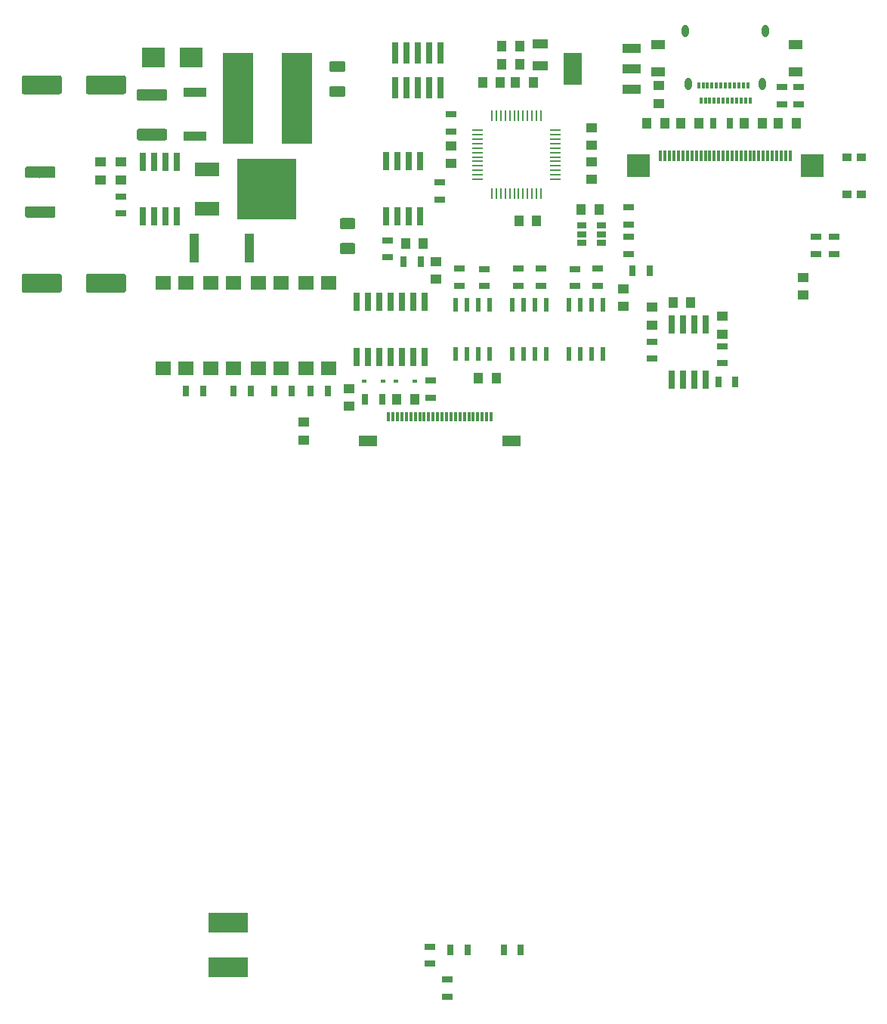
<source format=gbr>
G04 #@! TF.GenerationSoftware,KiCad,Pcbnew,5.0.2-bee76a0~70~ubuntu18.04.1*
G04 #@! TF.CreationDate,2020-04-30T09:20:18+02:00*
G04 #@! TF.ProjectId,OpenDropV4,4f70656e-4472-46f7-9056-342e6b696361,rev?*
G04 #@! TF.SameCoordinates,Original*
G04 #@! TF.FileFunction,Paste,Bot*
G04 #@! TF.FilePolarity,Positive*
%FSLAX46Y46*%
G04 Gerber Fmt 4.6, Leading zero omitted, Abs format (unit mm)*
G04 Created by KiCad (PCBNEW 5.0.2-bee76a0~70~ubuntu18.04.1) date Do 30 Apr 2020 09:20:18 CEST*
%MOMM*%
%LPD*%
G01*
G04 APERTURE LIST*
%ADD10O,0.800000X1.400000*%
%ADD11R,0.300000X0.700000*%
%ADD12R,4.500000X2.200000*%
%ADD13R,2.000000X1.300000*%
%ADD14R,0.300000X1.000000*%
%ADD15R,1.000000X1.250000*%
%ADD16R,1.800000X1.000000*%
%ADD17R,1.250000X1.000000*%
%ADD18R,1.700000X1.600000*%
%ADD19R,1.300000X0.700000*%
%ADD20R,0.610000X1.520000*%
%ADD21R,0.700000X1.300000*%
%ADD22R,2.780000X1.550000*%
%ADD23R,6.730000X6.740000*%
%ADD24R,0.660400X2.032000*%
%ADD25R,1.000000X3.200000*%
%ADD26R,2.500000X1.000000*%
%ADD27R,2.500000X2.300000*%
%ADD28R,3.500000X10.200000*%
%ADD29R,1.060000X0.650000*%
%ADD30R,0.600000X0.450000*%
%ADD31R,1.300000X0.250000*%
%ADD32R,0.250000X1.300000*%
%ADD33R,2.032000X3.657600*%
%ADD34R,2.032000X1.016000*%
%ADD35R,1.000000X0.900000*%
%ADD36R,1.600000X1.000000*%
%ADD37R,0.300000X1.250000*%
%ADD38R,2.500000X2.500000*%
%ADD39R,0.740000X2.400000*%
%ADD40C,0.100000*%
%ADD41C,1.250000*%
%ADD42C,2.100000*%
%ADD43C,1.300000*%
G04 APERTURE END LIST*
D10*
G04 #@! TO.C,J1*
X127870000Y-39010000D03*
D11*
X129250000Y-40920000D03*
X129750000Y-40920000D03*
X130250000Y-40920000D03*
X130750000Y-40920000D03*
X131250000Y-40920000D03*
X131750000Y-40920000D03*
X132250000Y-40920000D03*
X134750000Y-40920000D03*
X133750000Y-40920000D03*
X133250000Y-40920000D03*
X132750000Y-40920000D03*
X134250000Y-40920000D03*
X134500000Y-39220000D03*
D10*
X136130000Y-39010000D03*
X136490000Y-33060000D03*
X127510000Y-33060000D03*
D11*
X134000000Y-39220000D03*
X133500000Y-39220000D03*
X133000000Y-39220000D03*
X132500000Y-39220000D03*
X132000000Y-39220000D03*
X131500000Y-39220000D03*
X131000000Y-39220000D03*
X130500000Y-39220000D03*
X130000000Y-39220000D03*
X129500000Y-39220000D03*
X129000000Y-39220000D03*
G04 #@! TD*
D12*
G04 #@! TO.C,SP1*
X76265000Y-137939000D03*
X76265000Y-132939000D03*
G04 #@! TD*
D13*
G04 #@! TO.C,J3*
X108050000Y-79000000D03*
X91950000Y-79000000D03*
D14*
X105750000Y-76300000D03*
X105250000Y-76300000D03*
X104750000Y-76300000D03*
X104250000Y-76300000D03*
X103750000Y-76300000D03*
X103250000Y-76300000D03*
X102750000Y-76300000D03*
X102250000Y-76300000D03*
X101750000Y-76300000D03*
X101250000Y-76300000D03*
X100750000Y-76300000D03*
X100250000Y-76300000D03*
X99750000Y-76300000D03*
X99250000Y-76300000D03*
X98750000Y-76300000D03*
X98250000Y-76300000D03*
X97750000Y-76300000D03*
X97250000Y-76300000D03*
X96750000Y-76300000D03*
X96250000Y-76300000D03*
X95750000Y-76300000D03*
X95250000Y-76300000D03*
X94750000Y-76300000D03*
X94250000Y-76300000D03*
G04 #@! TD*
D15*
G04 #@! TO.C,C25*
X108950000Y-34757000D03*
X106950000Y-34757000D03*
G04 #@! TD*
D16*
G04 #@! TO.C,Y1*
X111252000Y-34523000D03*
X111252000Y-37023000D03*
G04 #@! TD*
D17*
G04 #@! TO.C,C14*
X101219000Y-45949000D03*
X101219000Y-47949000D03*
G04 #@! TD*
D18*
G04 #@! TO.C,U12*
X85011000Y-70817000D03*
X87551000Y-70817000D03*
X87551000Y-61317000D03*
X85011000Y-61317000D03*
G04 #@! TD*
D19*
G04 #@! TO.C,R32*
X102156000Y-61619500D03*
X102156000Y-59719500D03*
G04 #@! TD*
D20*
G04 #@! TO.C,U9*
X118285000Y-69244000D03*
X117015000Y-69244000D03*
X115745000Y-69244000D03*
X114475000Y-69244000D03*
X114475000Y-63779000D03*
X115745000Y-63779000D03*
X117015000Y-63779000D03*
X118285000Y-63779000D03*
G04 #@! TD*
G04 #@! TO.C,U8*
X111935000Y-63779000D03*
X110665000Y-63779000D03*
X109395000Y-63779000D03*
X108125000Y-63779000D03*
X108125000Y-69244000D03*
X109395000Y-69244000D03*
X110665000Y-69244000D03*
X111935000Y-69244000D03*
G04 #@! TD*
D19*
G04 #@! TO.C,R1*
X64262000Y-53528000D03*
X64262000Y-51628000D03*
G04 #@! TD*
G04 #@! TO.C,R5*
X101219000Y-42443000D03*
X101219000Y-44343000D03*
G04 #@! TD*
D21*
G04 #@! TO.C,R18*
X107177800Y-135966200D03*
X109077800Y-135966200D03*
G04 #@! TD*
G04 #@! TO.C,R19*
X101183400Y-135966200D03*
X103083400Y-135966200D03*
G04 #@! TD*
D19*
G04 #@! TO.C,R20*
X100812600Y-139283400D03*
X100812600Y-141183400D03*
G04 #@! TD*
G04 #@! TO.C,R21*
X98882200Y-135625800D03*
X98882200Y-137525800D03*
G04 #@! TD*
D21*
G04 #@! TO.C,R22*
X133126000Y-72363040D03*
X131226000Y-72363040D03*
G04 #@! TD*
D19*
G04 #@! TO.C,R30*
X131668000Y-70265040D03*
X131668000Y-68365040D03*
G04 #@! TD*
G04 #@! TO.C,R31*
X123794000Y-69757040D03*
X123794000Y-67857040D03*
G04 #@! TD*
G04 #@! TO.C,R44*
X98984000Y-72253000D03*
X98984000Y-74153000D03*
G04 #@! TD*
D21*
G04 #@! TO.C,R45*
X71567000Y-73365000D03*
X73467000Y-73365000D03*
G04 #@! TD*
G04 #@! TO.C,R48*
X76901000Y-73365000D03*
X78801000Y-73365000D03*
G04 #@! TD*
G04 #@! TO.C,R49*
X87437000Y-73365000D03*
X85537000Y-73365000D03*
G04 #@! TD*
G04 #@! TO.C,R51*
X81473000Y-73365000D03*
X83373000Y-73365000D03*
G04 #@! TD*
D19*
G04 #@! TO.C,R41*
X117650000Y-61619500D03*
X117650000Y-59719500D03*
G04 #@! TD*
G04 #@! TO.C,R3*
X140208000Y-41295000D03*
X140208000Y-39395000D03*
G04 #@! TD*
G04 #@! TO.C,R4*
X144145000Y-56159000D03*
X144145000Y-58059000D03*
G04 #@! TD*
D21*
G04 #@! TO.C,R6*
X121605000Y-59903000D03*
X123505000Y-59903000D03*
G04 #@! TD*
D19*
G04 #@! TO.C,R8*
X142113000Y-56159000D03*
X142113000Y-58059000D03*
G04 #@! TD*
G04 #@! TO.C,R34*
X115175000Y-61625000D03*
X115175000Y-59725000D03*
G04 #@! TD*
G04 #@! TO.C,R36*
X108760000Y-61619500D03*
X108760000Y-59719500D03*
G04 #@! TD*
G04 #@! TO.C,R37*
X104975000Y-61625000D03*
X104975000Y-59725000D03*
G04 #@! TD*
G04 #@! TO.C,R40*
X111300000Y-61619500D03*
X111300000Y-59719500D03*
G04 #@! TD*
G04 #@! TO.C,R9*
X99949000Y-51963000D03*
X99949000Y-50063000D03*
G04 #@! TD*
D21*
G04 #@! TO.C,R10*
X93518000Y-74346000D03*
X91618000Y-74346000D03*
G04 #@! TD*
G04 #@! TO.C,R11*
X95951000Y-58887000D03*
X97851000Y-58887000D03*
G04 #@! TD*
D22*
G04 #@! TO.C,T1*
X73932000Y-48620000D03*
D23*
X80567000Y-50800000D03*
D22*
X73932000Y-52980000D03*
G04 #@! TD*
D18*
G04 #@! TO.C,U11*
X74343000Y-70817000D03*
X76883000Y-70817000D03*
X76883000Y-61317000D03*
X74343000Y-61317000D03*
G04 #@! TD*
G04 #@! TO.C,U10*
X69009000Y-70817000D03*
X71549000Y-70817000D03*
X71549000Y-61317000D03*
X69009000Y-61317000D03*
G04 #@! TD*
G04 #@! TO.C,U13*
X79677000Y-70817000D03*
X82217000Y-70817000D03*
X82217000Y-61317000D03*
X79677000Y-61317000D03*
G04 #@! TD*
D20*
G04 #@! TO.C,U7*
X105585000Y-69244000D03*
X104315000Y-69244000D03*
X103045000Y-69244000D03*
X101775000Y-69244000D03*
X101775000Y-63779000D03*
X103045000Y-63779000D03*
X104315000Y-63779000D03*
X105585000Y-63779000D03*
G04 #@! TD*
D17*
G04 #@! TO.C,C17*
X123794000Y-65997040D03*
X123794000Y-63997040D03*
G04 #@! TD*
D24*
G04 #@! TO.C,U6*
X129763000Y-72134440D03*
X128493000Y-72134440D03*
X127223000Y-72134440D03*
X125953000Y-72134440D03*
X125953000Y-65987640D03*
X127223000Y-65987640D03*
X128493000Y-65987640D03*
X129763000Y-65987640D03*
G04 #@! TD*
D25*
G04 #@! TO.C,R2*
X72465000Y-57363000D03*
X78665000Y-57363000D03*
G04 #@! TD*
D26*
G04 #@! TO.C,RSENSE1*
X72565000Y-44895000D03*
X72565000Y-39995000D03*
G04 #@! TD*
D17*
G04 #@! TO.C,C2*
X61976000Y-49768000D03*
X61976000Y-47768000D03*
G04 #@! TD*
G04 #@! TO.C,C3*
X64262000Y-47768000D03*
X64262000Y-49768000D03*
G04 #@! TD*
G04 #@! TO.C,C13*
X84760000Y-78886000D03*
X84760000Y-76886000D03*
G04 #@! TD*
D27*
G04 #@! TO.C,D1*
X67875000Y-36095000D03*
X72175000Y-36095000D03*
G04 #@! TD*
D17*
G04 #@! TO.C,C15*
X131668000Y-65013040D03*
X131668000Y-67013040D03*
G04 #@! TD*
D15*
G04 #@! TO.C,C16*
X126127000Y-63459000D03*
X128127000Y-63459000D03*
G04 #@! TD*
G04 #@! TO.C,C20*
X106791000Y-38821000D03*
X104791000Y-38821000D03*
G04 #@! TD*
D17*
G04 #@! TO.C,C22*
X140716000Y-62681000D03*
X140716000Y-60681000D03*
G04 #@! TD*
D15*
G04 #@! TO.C,C23*
X108950000Y-36789000D03*
X106950000Y-36789000D03*
G04 #@! TD*
D17*
G04 #@! TO.C,C24*
X116967000Y-45917000D03*
X116967000Y-43917000D03*
G04 #@! TD*
D28*
G04 #@! TO.C,L1*
X83945000Y-40599000D03*
X77345000Y-40599000D03*
G04 #@! TD*
D15*
G04 #@! TO.C,C7*
X125206000Y-43393000D03*
X123206000Y-43393000D03*
G04 #@! TD*
G04 #@! TO.C,C8*
X137938000Y-43393000D03*
X139938000Y-43393000D03*
G04 #@! TD*
G04 #@! TO.C,C9*
X127016000Y-43393000D03*
X129016000Y-43393000D03*
G04 #@! TD*
G04 #@! TO.C,C10*
X136128000Y-43393000D03*
X134128000Y-43393000D03*
G04 #@! TD*
G04 #@! TO.C,C11*
X117840000Y-53045000D03*
X115840000Y-53045000D03*
G04 #@! TD*
D17*
G04 #@! TO.C,C27*
X120523000Y-63951000D03*
X120523000Y-61951000D03*
G04 #@! TD*
D24*
G04 #@! TO.C,U1*
X66675000Y-47726600D03*
X67945000Y-47726600D03*
X69215000Y-47726600D03*
X70485000Y-47726600D03*
X70485000Y-53873400D03*
X69215000Y-53873400D03*
X67945000Y-53873400D03*
X66675000Y-53873400D03*
G04 #@! TD*
G04 #@! TO.C,U15*
X93980000Y-47685600D03*
X95250000Y-47685600D03*
X96520000Y-47685600D03*
X97790000Y-47685600D03*
X97790000Y-53832400D03*
X96520000Y-53832400D03*
X95250000Y-53832400D03*
X93980000Y-53832400D03*
G04 #@! TD*
D29*
G04 #@! TO.C,U3*
X115867000Y-56789000D03*
X115867000Y-55839000D03*
X115867000Y-54889000D03*
X118067000Y-54889000D03*
X118067000Y-56789000D03*
X118067000Y-55839000D03*
G04 #@! TD*
D17*
G04 #@! TO.C,C28*
X89789000Y-73127000D03*
X89789000Y-75127000D03*
G04 #@! TD*
D15*
G04 #@! TO.C,C29*
X95190000Y-74346000D03*
X97190000Y-74346000D03*
G04 #@! TD*
G04 #@! TO.C,C31*
X96155000Y-56855000D03*
X98155000Y-56855000D03*
G04 #@! TD*
D30*
G04 #@! TO.C,D2*
X91533000Y-72314000D03*
X93633000Y-72314000D03*
G04 #@! TD*
G04 #@! TO.C,D3*
X97189000Y-72314000D03*
X95089000Y-72314000D03*
G04 #@! TD*
D24*
G04 #@! TO.C,U16*
X90690000Y-63426600D03*
X91960000Y-63426600D03*
X93230000Y-63426600D03*
X94500000Y-63426600D03*
X95770000Y-63426600D03*
X97040000Y-63426600D03*
X98310000Y-63426600D03*
X98310000Y-69573400D03*
X97040000Y-69573400D03*
X94500000Y-69573400D03*
X93230000Y-69573400D03*
X91960000Y-69573400D03*
X90690000Y-69573400D03*
X95770000Y-69573400D03*
G04 #@! TD*
D15*
G04 #@! TO.C,C26*
X108474000Y-38821000D03*
X110474000Y-38821000D03*
G04 #@! TD*
D31*
G04 #@! TO.C,U5*
X112935000Y-44199000D03*
X112935000Y-44699000D03*
X112935000Y-45199000D03*
X112935000Y-45699000D03*
X112935000Y-46199000D03*
X112935000Y-46699000D03*
X112935000Y-47199000D03*
X112935000Y-47699000D03*
X112935000Y-48199000D03*
X112935000Y-48699000D03*
X112935000Y-49199000D03*
X112935000Y-49699000D03*
D32*
X111335000Y-51299000D03*
X110835000Y-51299000D03*
X110335000Y-51299000D03*
X109835000Y-51299000D03*
X109335000Y-51299000D03*
X108835000Y-51299000D03*
X108335000Y-51299000D03*
X107835000Y-51299000D03*
X107335000Y-51299000D03*
X106835000Y-51299000D03*
X106335000Y-51299000D03*
X105835000Y-51299000D03*
D31*
X104235000Y-49699000D03*
X104235000Y-49199000D03*
X104235000Y-48699000D03*
X104235000Y-48199000D03*
X104235000Y-47699000D03*
X104235000Y-47199000D03*
X104235000Y-46699000D03*
X104235000Y-46199000D03*
X104235000Y-45699000D03*
X104235000Y-45199000D03*
X104235000Y-44699000D03*
X104235000Y-44199000D03*
D32*
X105835000Y-42599000D03*
X106335000Y-42599000D03*
X106835000Y-42599000D03*
X107335000Y-42599000D03*
X107835000Y-42599000D03*
X108335000Y-42599000D03*
X108835000Y-42599000D03*
X109335000Y-42599000D03*
X109835000Y-42599000D03*
X110335000Y-42599000D03*
X110835000Y-42599000D03*
X111335000Y-42599000D03*
G04 #@! TD*
D15*
G04 #@! TO.C,C30*
X110855000Y-54315000D03*
X108855000Y-54315000D03*
G04 #@! TD*
D17*
G04 #@! TO.C,C33*
X116967000Y-47727000D03*
X116967000Y-49727000D03*
G04 #@! TD*
D33*
G04 #@! TO.C,U14*
X114898000Y-37297000D03*
D34*
X121502000Y-37297000D03*
X121502000Y-39583000D03*
X121502000Y-35011000D03*
G04 #@! TD*
D35*
G04 #@! TO.C,SW3*
X147231000Y-51348500D03*
X145631000Y-51348500D03*
X147231000Y-47248500D03*
X145631000Y-47248500D03*
G04 #@! TD*
D36*
G04 #@! TO.C,C5*
X139827000Y-34645000D03*
X139827000Y-37645000D03*
G04 #@! TD*
G04 #@! TO.C,C21*
X124495000Y-37645000D03*
X124495000Y-34645000D03*
G04 #@! TD*
D17*
G04 #@! TO.C,C34*
X124500000Y-41218000D03*
X124500000Y-39218000D03*
G04 #@! TD*
D37*
G04 #@! TO.C,S1*
X139250000Y-47025000D03*
X137250000Y-47025000D03*
X137750000Y-47025000D03*
X138750000Y-47025000D03*
X138250000Y-47025000D03*
X136250000Y-47025000D03*
X136750000Y-47025000D03*
X135750000Y-47025000D03*
X135250000Y-47025000D03*
X132250000Y-47025000D03*
X132750000Y-47025000D03*
X133750000Y-47025000D03*
X133250000Y-47025000D03*
X134750000Y-47025000D03*
X134250000Y-47025000D03*
X126750000Y-47025000D03*
X127250000Y-47025000D03*
X125750000Y-47025000D03*
X126250000Y-47025000D03*
X125250000Y-47025000D03*
X124750000Y-47025000D03*
X127750000Y-47025000D03*
X128250000Y-47025000D03*
X129250000Y-47025000D03*
X128750000Y-47025000D03*
X130750000Y-47025000D03*
X131250000Y-47025000D03*
X130250000Y-47025000D03*
X129750000Y-47025000D03*
D38*
X122250000Y-48125000D03*
X141750000Y-48125000D03*
D37*
X131750000Y-47025000D03*
G04 #@! TD*
D19*
G04 #@! TO.C,R12*
X121158000Y-54757000D03*
X121158000Y-52857000D03*
G04 #@! TD*
G04 #@! TO.C,R13*
X121158000Y-56159000D03*
X121158000Y-58059000D03*
G04 #@! TD*
D17*
G04 #@! TO.C,C36*
X99568000Y-58903000D03*
X99568000Y-60903000D03*
G04 #@! TD*
D39*
G04 #@! TO.C,J2*
X100040000Y-39475600D03*
X100040000Y-35575600D03*
X98770000Y-39475600D03*
X98770000Y-35575600D03*
X97500000Y-39475600D03*
X97500000Y-35575600D03*
X96230000Y-39475600D03*
X96230000Y-35575600D03*
X94960000Y-39475600D03*
X94960000Y-35575600D03*
G04 #@! TD*
D19*
G04 #@! TO.C,R29*
X94107000Y-56540000D03*
X94107000Y-58440000D03*
G04 #@! TD*
D15*
G04 #@! TO.C,C37*
X106318000Y-71933000D03*
X104318000Y-71933000D03*
G04 #@! TD*
D19*
G04 #@! TO.C,R46*
X138303000Y-41295000D03*
X138303000Y-39395000D03*
G04 #@! TD*
D21*
G04 #@! TO.C,R47*
X130622000Y-43393000D03*
X132522000Y-43393000D03*
G04 #@! TD*
D40*
G04 #@! TO.C,C1*
G36*
X89156004Y-36444704D02*
X89180273Y-36448304D01*
X89204071Y-36454265D01*
X89227171Y-36462530D01*
X89249349Y-36473020D01*
X89270393Y-36485633D01*
X89290098Y-36500247D01*
X89308277Y-36516723D01*
X89324753Y-36534902D01*
X89339367Y-36554607D01*
X89351980Y-36575651D01*
X89362470Y-36597829D01*
X89370735Y-36620929D01*
X89376696Y-36644727D01*
X89380296Y-36668996D01*
X89381500Y-36693500D01*
X89381500Y-37443500D01*
X89380296Y-37468004D01*
X89376696Y-37492273D01*
X89370735Y-37516071D01*
X89362470Y-37539171D01*
X89351980Y-37561349D01*
X89339367Y-37582393D01*
X89324753Y-37602098D01*
X89308277Y-37620277D01*
X89290098Y-37636753D01*
X89270393Y-37651367D01*
X89249349Y-37663980D01*
X89227171Y-37674470D01*
X89204071Y-37682735D01*
X89180273Y-37688696D01*
X89156004Y-37692296D01*
X89131500Y-37693500D01*
X87881500Y-37693500D01*
X87856996Y-37692296D01*
X87832727Y-37688696D01*
X87808929Y-37682735D01*
X87785829Y-37674470D01*
X87763651Y-37663980D01*
X87742607Y-37651367D01*
X87722902Y-37636753D01*
X87704723Y-37620277D01*
X87688247Y-37602098D01*
X87673633Y-37582393D01*
X87661020Y-37561349D01*
X87650530Y-37539171D01*
X87642265Y-37516071D01*
X87636304Y-37492273D01*
X87632704Y-37468004D01*
X87631500Y-37443500D01*
X87631500Y-36693500D01*
X87632704Y-36668996D01*
X87636304Y-36644727D01*
X87642265Y-36620929D01*
X87650530Y-36597829D01*
X87661020Y-36575651D01*
X87673633Y-36554607D01*
X87688247Y-36534902D01*
X87704723Y-36516723D01*
X87722902Y-36500247D01*
X87742607Y-36485633D01*
X87763651Y-36473020D01*
X87785829Y-36462530D01*
X87808929Y-36454265D01*
X87832727Y-36448304D01*
X87856996Y-36444704D01*
X87881500Y-36443500D01*
X89131500Y-36443500D01*
X89156004Y-36444704D01*
X89156004Y-36444704D01*
G37*
D41*
X88506500Y-37068500D03*
D40*
G36*
X89156004Y-39244704D02*
X89180273Y-39248304D01*
X89204071Y-39254265D01*
X89227171Y-39262530D01*
X89249349Y-39273020D01*
X89270393Y-39285633D01*
X89290098Y-39300247D01*
X89308277Y-39316723D01*
X89324753Y-39334902D01*
X89339367Y-39354607D01*
X89351980Y-39375651D01*
X89362470Y-39397829D01*
X89370735Y-39420929D01*
X89376696Y-39444727D01*
X89380296Y-39468996D01*
X89381500Y-39493500D01*
X89381500Y-40243500D01*
X89380296Y-40268004D01*
X89376696Y-40292273D01*
X89370735Y-40316071D01*
X89362470Y-40339171D01*
X89351980Y-40361349D01*
X89339367Y-40382393D01*
X89324753Y-40402098D01*
X89308277Y-40420277D01*
X89290098Y-40436753D01*
X89270393Y-40451367D01*
X89249349Y-40463980D01*
X89227171Y-40474470D01*
X89204071Y-40482735D01*
X89180273Y-40488696D01*
X89156004Y-40492296D01*
X89131500Y-40493500D01*
X87881500Y-40493500D01*
X87856996Y-40492296D01*
X87832727Y-40488696D01*
X87808929Y-40482735D01*
X87785829Y-40474470D01*
X87763651Y-40463980D01*
X87742607Y-40451367D01*
X87722902Y-40436753D01*
X87704723Y-40420277D01*
X87688247Y-40402098D01*
X87673633Y-40382393D01*
X87661020Y-40361349D01*
X87650530Y-40339171D01*
X87642265Y-40316071D01*
X87636304Y-40292273D01*
X87632704Y-40268004D01*
X87631500Y-40243500D01*
X87631500Y-39493500D01*
X87632704Y-39468996D01*
X87636304Y-39444727D01*
X87642265Y-39420929D01*
X87650530Y-39397829D01*
X87661020Y-39375651D01*
X87673633Y-39354607D01*
X87688247Y-39334902D01*
X87704723Y-39316723D01*
X87722902Y-39300247D01*
X87742607Y-39285633D01*
X87763651Y-39273020D01*
X87785829Y-39262530D01*
X87808929Y-39254265D01*
X87832727Y-39248304D01*
X87856996Y-39244704D01*
X87881500Y-39243500D01*
X89131500Y-39243500D01*
X89156004Y-39244704D01*
X89156004Y-39244704D01*
G37*
D41*
X88506500Y-39868500D03*
G04 #@! TD*
D40*
G04 #@! TO.C,C4*
G36*
X64603504Y-38067204D02*
X64627773Y-38070804D01*
X64651571Y-38076765D01*
X64674671Y-38085030D01*
X64696849Y-38095520D01*
X64717893Y-38108133D01*
X64737598Y-38122747D01*
X64755777Y-38139223D01*
X64772253Y-38157402D01*
X64786867Y-38177107D01*
X64799480Y-38198151D01*
X64809970Y-38220329D01*
X64818235Y-38243429D01*
X64824196Y-38267227D01*
X64827796Y-38291496D01*
X64829000Y-38316000D01*
X64829000Y-39916000D01*
X64827796Y-39940504D01*
X64824196Y-39964773D01*
X64818235Y-39988571D01*
X64809970Y-40011671D01*
X64799480Y-40033849D01*
X64786867Y-40054893D01*
X64772253Y-40074598D01*
X64755777Y-40092777D01*
X64737598Y-40109253D01*
X64717893Y-40123867D01*
X64696849Y-40136480D01*
X64674671Y-40146970D01*
X64651571Y-40155235D01*
X64627773Y-40161196D01*
X64603504Y-40164796D01*
X64579000Y-40166000D01*
X60579000Y-40166000D01*
X60554496Y-40164796D01*
X60530227Y-40161196D01*
X60506429Y-40155235D01*
X60483329Y-40146970D01*
X60461151Y-40136480D01*
X60440107Y-40123867D01*
X60420402Y-40109253D01*
X60402223Y-40092777D01*
X60385747Y-40074598D01*
X60371133Y-40054893D01*
X60358520Y-40033849D01*
X60348030Y-40011671D01*
X60339765Y-39988571D01*
X60333804Y-39964773D01*
X60330204Y-39940504D01*
X60329000Y-39916000D01*
X60329000Y-38316000D01*
X60330204Y-38291496D01*
X60333804Y-38267227D01*
X60339765Y-38243429D01*
X60348030Y-38220329D01*
X60358520Y-38198151D01*
X60371133Y-38177107D01*
X60385747Y-38157402D01*
X60402223Y-38139223D01*
X60420402Y-38122747D01*
X60440107Y-38108133D01*
X60461151Y-38095520D01*
X60483329Y-38085030D01*
X60506429Y-38076765D01*
X60530227Y-38070804D01*
X60554496Y-38067204D01*
X60579000Y-38066000D01*
X64579000Y-38066000D01*
X64603504Y-38067204D01*
X64603504Y-38067204D01*
G37*
D42*
X62579000Y-39116000D03*
D40*
G36*
X57403504Y-38067204D02*
X57427773Y-38070804D01*
X57451571Y-38076765D01*
X57474671Y-38085030D01*
X57496849Y-38095520D01*
X57517893Y-38108133D01*
X57537598Y-38122747D01*
X57555777Y-38139223D01*
X57572253Y-38157402D01*
X57586867Y-38177107D01*
X57599480Y-38198151D01*
X57609970Y-38220329D01*
X57618235Y-38243429D01*
X57624196Y-38267227D01*
X57627796Y-38291496D01*
X57629000Y-38316000D01*
X57629000Y-39916000D01*
X57627796Y-39940504D01*
X57624196Y-39964773D01*
X57618235Y-39988571D01*
X57609970Y-40011671D01*
X57599480Y-40033849D01*
X57586867Y-40054893D01*
X57572253Y-40074598D01*
X57555777Y-40092777D01*
X57537598Y-40109253D01*
X57517893Y-40123867D01*
X57496849Y-40136480D01*
X57474671Y-40146970D01*
X57451571Y-40155235D01*
X57427773Y-40161196D01*
X57403504Y-40164796D01*
X57379000Y-40166000D01*
X53379000Y-40166000D01*
X53354496Y-40164796D01*
X53330227Y-40161196D01*
X53306429Y-40155235D01*
X53283329Y-40146970D01*
X53261151Y-40136480D01*
X53240107Y-40123867D01*
X53220402Y-40109253D01*
X53202223Y-40092777D01*
X53185747Y-40074598D01*
X53171133Y-40054893D01*
X53158520Y-40033849D01*
X53148030Y-40011671D01*
X53139765Y-39988571D01*
X53133804Y-39964773D01*
X53130204Y-39940504D01*
X53129000Y-39916000D01*
X53129000Y-38316000D01*
X53130204Y-38291496D01*
X53133804Y-38267227D01*
X53139765Y-38243429D01*
X53148030Y-38220329D01*
X53158520Y-38198151D01*
X53171133Y-38177107D01*
X53185747Y-38157402D01*
X53202223Y-38139223D01*
X53220402Y-38122747D01*
X53240107Y-38108133D01*
X53261151Y-38095520D01*
X53283329Y-38085030D01*
X53306429Y-38076765D01*
X53330227Y-38070804D01*
X53354496Y-38067204D01*
X53379000Y-38066000D01*
X57379000Y-38066000D01*
X57403504Y-38067204D01*
X57403504Y-38067204D01*
G37*
D42*
X55379000Y-39116000D03*
G04 #@! TD*
D40*
G04 #@! TO.C,C18*
G36*
X64603504Y-60279704D02*
X64627773Y-60283304D01*
X64651571Y-60289265D01*
X64674671Y-60297530D01*
X64696849Y-60308020D01*
X64717893Y-60320633D01*
X64737598Y-60335247D01*
X64755777Y-60351723D01*
X64772253Y-60369902D01*
X64786867Y-60389607D01*
X64799480Y-60410651D01*
X64809970Y-60432829D01*
X64818235Y-60455929D01*
X64824196Y-60479727D01*
X64827796Y-60503996D01*
X64829000Y-60528500D01*
X64829000Y-62128500D01*
X64827796Y-62153004D01*
X64824196Y-62177273D01*
X64818235Y-62201071D01*
X64809970Y-62224171D01*
X64799480Y-62246349D01*
X64786867Y-62267393D01*
X64772253Y-62287098D01*
X64755777Y-62305277D01*
X64737598Y-62321753D01*
X64717893Y-62336367D01*
X64696849Y-62348980D01*
X64674671Y-62359470D01*
X64651571Y-62367735D01*
X64627773Y-62373696D01*
X64603504Y-62377296D01*
X64579000Y-62378500D01*
X60579000Y-62378500D01*
X60554496Y-62377296D01*
X60530227Y-62373696D01*
X60506429Y-62367735D01*
X60483329Y-62359470D01*
X60461151Y-62348980D01*
X60440107Y-62336367D01*
X60420402Y-62321753D01*
X60402223Y-62305277D01*
X60385747Y-62287098D01*
X60371133Y-62267393D01*
X60358520Y-62246349D01*
X60348030Y-62224171D01*
X60339765Y-62201071D01*
X60333804Y-62177273D01*
X60330204Y-62153004D01*
X60329000Y-62128500D01*
X60329000Y-60528500D01*
X60330204Y-60503996D01*
X60333804Y-60479727D01*
X60339765Y-60455929D01*
X60348030Y-60432829D01*
X60358520Y-60410651D01*
X60371133Y-60389607D01*
X60385747Y-60369902D01*
X60402223Y-60351723D01*
X60420402Y-60335247D01*
X60440107Y-60320633D01*
X60461151Y-60308020D01*
X60483329Y-60297530D01*
X60506429Y-60289265D01*
X60530227Y-60283304D01*
X60554496Y-60279704D01*
X60579000Y-60278500D01*
X64579000Y-60278500D01*
X64603504Y-60279704D01*
X64603504Y-60279704D01*
G37*
D42*
X62579000Y-61328500D03*
D40*
G36*
X57403504Y-60279704D02*
X57427773Y-60283304D01*
X57451571Y-60289265D01*
X57474671Y-60297530D01*
X57496849Y-60308020D01*
X57517893Y-60320633D01*
X57537598Y-60335247D01*
X57555777Y-60351723D01*
X57572253Y-60369902D01*
X57586867Y-60389607D01*
X57599480Y-60410651D01*
X57609970Y-60432829D01*
X57618235Y-60455929D01*
X57624196Y-60479727D01*
X57627796Y-60503996D01*
X57629000Y-60528500D01*
X57629000Y-62128500D01*
X57627796Y-62153004D01*
X57624196Y-62177273D01*
X57618235Y-62201071D01*
X57609970Y-62224171D01*
X57599480Y-62246349D01*
X57586867Y-62267393D01*
X57572253Y-62287098D01*
X57555777Y-62305277D01*
X57537598Y-62321753D01*
X57517893Y-62336367D01*
X57496849Y-62348980D01*
X57474671Y-62359470D01*
X57451571Y-62367735D01*
X57427773Y-62373696D01*
X57403504Y-62377296D01*
X57379000Y-62378500D01*
X53379000Y-62378500D01*
X53354496Y-62377296D01*
X53330227Y-62373696D01*
X53306429Y-62367735D01*
X53283329Y-62359470D01*
X53261151Y-62348980D01*
X53240107Y-62336367D01*
X53220402Y-62321753D01*
X53202223Y-62305277D01*
X53185747Y-62287098D01*
X53171133Y-62267393D01*
X53158520Y-62246349D01*
X53148030Y-62224171D01*
X53139765Y-62201071D01*
X53133804Y-62177273D01*
X53130204Y-62153004D01*
X53129000Y-62128500D01*
X53129000Y-60528500D01*
X53130204Y-60503996D01*
X53133804Y-60479727D01*
X53139765Y-60455929D01*
X53148030Y-60432829D01*
X53158520Y-60410651D01*
X53171133Y-60389607D01*
X53185747Y-60369902D01*
X53202223Y-60351723D01*
X53220402Y-60335247D01*
X53240107Y-60320633D01*
X53261151Y-60308020D01*
X53283329Y-60297530D01*
X53306429Y-60289265D01*
X53330227Y-60283304D01*
X53354496Y-60279704D01*
X53379000Y-60278500D01*
X57379000Y-60278500D01*
X57403504Y-60279704D01*
X57403504Y-60279704D01*
G37*
D42*
X55379000Y-61328500D03*
G04 #@! TD*
D40*
G04 #@! TO.C,C6*
G36*
X69216504Y-44045204D02*
X69240773Y-44048804D01*
X69264571Y-44054765D01*
X69287671Y-44063030D01*
X69309849Y-44073520D01*
X69330893Y-44086133D01*
X69350598Y-44100747D01*
X69368777Y-44117223D01*
X69385253Y-44135402D01*
X69399867Y-44155107D01*
X69412480Y-44176151D01*
X69422970Y-44198329D01*
X69431235Y-44221429D01*
X69437196Y-44245227D01*
X69440796Y-44269496D01*
X69442000Y-44294000D01*
X69442000Y-45094000D01*
X69440796Y-45118504D01*
X69437196Y-45142773D01*
X69431235Y-45166571D01*
X69422970Y-45189671D01*
X69412480Y-45211849D01*
X69399867Y-45232893D01*
X69385253Y-45252598D01*
X69368777Y-45270777D01*
X69350598Y-45287253D01*
X69330893Y-45301867D01*
X69309849Y-45314480D01*
X69287671Y-45324970D01*
X69264571Y-45333235D01*
X69240773Y-45339196D01*
X69216504Y-45342796D01*
X69192000Y-45344000D01*
X66292000Y-45344000D01*
X66267496Y-45342796D01*
X66243227Y-45339196D01*
X66219429Y-45333235D01*
X66196329Y-45324970D01*
X66174151Y-45314480D01*
X66153107Y-45301867D01*
X66133402Y-45287253D01*
X66115223Y-45270777D01*
X66098747Y-45252598D01*
X66084133Y-45232893D01*
X66071520Y-45211849D01*
X66061030Y-45189671D01*
X66052765Y-45166571D01*
X66046804Y-45142773D01*
X66043204Y-45118504D01*
X66042000Y-45094000D01*
X66042000Y-44294000D01*
X66043204Y-44269496D01*
X66046804Y-44245227D01*
X66052765Y-44221429D01*
X66061030Y-44198329D01*
X66071520Y-44176151D01*
X66084133Y-44155107D01*
X66098747Y-44135402D01*
X66115223Y-44117223D01*
X66133402Y-44100747D01*
X66153107Y-44086133D01*
X66174151Y-44073520D01*
X66196329Y-44063030D01*
X66219429Y-44054765D01*
X66243227Y-44048804D01*
X66267496Y-44045204D01*
X66292000Y-44044000D01*
X69192000Y-44044000D01*
X69216504Y-44045204D01*
X69216504Y-44045204D01*
G37*
D43*
X67742000Y-44694000D03*
D40*
G36*
X69216504Y-39595204D02*
X69240773Y-39598804D01*
X69264571Y-39604765D01*
X69287671Y-39613030D01*
X69309849Y-39623520D01*
X69330893Y-39636133D01*
X69350598Y-39650747D01*
X69368777Y-39667223D01*
X69385253Y-39685402D01*
X69399867Y-39705107D01*
X69412480Y-39726151D01*
X69422970Y-39748329D01*
X69431235Y-39771429D01*
X69437196Y-39795227D01*
X69440796Y-39819496D01*
X69442000Y-39844000D01*
X69442000Y-40644000D01*
X69440796Y-40668504D01*
X69437196Y-40692773D01*
X69431235Y-40716571D01*
X69422970Y-40739671D01*
X69412480Y-40761849D01*
X69399867Y-40782893D01*
X69385253Y-40802598D01*
X69368777Y-40820777D01*
X69350598Y-40837253D01*
X69330893Y-40851867D01*
X69309849Y-40864480D01*
X69287671Y-40874970D01*
X69264571Y-40883235D01*
X69240773Y-40889196D01*
X69216504Y-40892796D01*
X69192000Y-40894000D01*
X66292000Y-40894000D01*
X66267496Y-40892796D01*
X66243227Y-40889196D01*
X66219429Y-40883235D01*
X66196329Y-40874970D01*
X66174151Y-40864480D01*
X66153107Y-40851867D01*
X66133402Y-40837253D01*
X66115223Y-40820777D01*
X66098747Y-40802598D01*
X66084133Y-40782893D01*
X66071520Y-40761849D01*
X66061030Y-40739671D01*
X66052765Y-40716571D01*
X66046804Y-40692773D01*
X66043204Y-40668504D01*
X66042000Y-40644000D01*
X66042000Y-39844000D01*
X66043204Y-39819496D01*
X66046804Y-39795227D01*
X66052765Y-39771429D01*
X66061030Y-39748329D01*
X66071520Y-39726151D01*
X66084133Y-39705107D01*
X66098747Y-39685402D01*
X66115223Y-39667223D01*
X66133402Y-39650747D01*
X66153107Y-39636133D01*
X66174151Y-39623520D01*
X66196329Y-39613030D01*
X66219429Y-39604765D01*
X66243227Y-39598804D01*
X66267496Y-39595204D01*
X66292000Y-39594000D01*
X69192000Y-39594000D01*
X69216504Y-39595204D01*
X69216504Y-39595204D01*
G37*
D43*
X67742000Y-40244000D03*
G04 #@! TD*
D40*
G04 #@! TO.C,C35*
G36*
X56699504Y-48251204D02*
X56723773Y-48254804D01*
X56747571Y-48260765D01*
X56770671Y-48269030D01*
X56792849Y-48279520D01*
X56813893Y-48292133D01*
X56833598Y-48306747D01*
X56851777Y-48323223D01*
X56868253Y-48341402D01*
X56882867Y-48361107D01*
X56895480Y-48382151D01*
X56905970Y-48404329D01*
X56914235Y-48427429D01*
X56920196Y-48451227D01*
X56923796Y-48475496D01*
X56925000Y-48500000D01*
X56925000Y-49300000D01*
X56923796Y-49324504D01*
X56920196Y-49348773D01*
X56914235Y-49372571D01*
X56905970Y-49395671D01*
X56895480Y-49417849D01*
X56882867Y-49438893D01*
X56868253Y-49458598D01*
X56851777Y-49476777D01*
X56833598Y-49493253D01*
X56813893Y-49507867D01*
X56792849Y-49520480D01*
X56770671Y-49530970D01*
X56747571Y-49539235D01*
X56723773Y-49545196D01*
X56699504Y-49548796D01*
X56675000Y-49550000D01*
X53775000Y-49550000D01*
X53750496Y-49548796D01*
X53726227Y-49545196D01*
X53702429Y-49539235D01*
X53679329Y-49530970D01*
X53657151Y-49520480D01*
X53636107Y-49507867D01*
X53616402Y-49493253D01*
X53598223Y-49476777D01*
X53581747Y-49458598D01*
X53567133Y-49438893D01*
X53554520Y-49417849D01*
X53544030Y-49395671D01*
X53535765Y-49372571D01*
X53529804Y-49348773D01*
X53526204Y-49324504D01*
X53525000Y-49300000D01*
X53525000Y-48500000D01*
X53526204Y-48475496D01*
X53529804Y-48451227D01*
X53535765Y-48427429D01*
X53544030Y-48404329D01*
X53554520Y-48382151D01*
X53567133Y-48361107D01*
X53581747Y-48341402D01*
X53598223Y-48323223D01*
X53616402Y-48306747D01*
X53636107Y-48292133D01*
X53657151Y-48279520D01*
X53679329Y-48269030D01*
X53702429Y-48260765D01*
X53726227Y-48254804D01*
X53750496Y-48251204D01*
X53775000Y-48250000D01*
X56675000Y-48250000D01*
X56699504Y-48251204D01*
X56699504Y-48251204D01*
G37*
D43*
X55225000Y-48900000D03*
D40*
G36*
X56699504Y-52701204D02*
X56723773Y-52704804D01*
X56747571Y-52710765D01*
X56770671Y-52719030D01*
X56792849Y-52729520D01*
X56813893Y-52742133D01*
X56833598Y-52756747D01*
X56851777Y-52773223D01*
X56868253Y-52791402D01*
X56882867Y-52811107D01*
X56895480Y-52832151D01*
X56905970Y-52854329D01*
X56914235Y-52877429D01*
X56920196Y-52901227D01*
X56923796Y-52925496D01*
X56925000Y-52950000D01*
X56925000Y-53750000D01*
X56923796Y-53774504D01*
X56920196Y-53798773D01*
X56914235Y-53822571D01*
X56905970Y-53845671D01*
X56895480Y-53867849D01*
X56882867Y-53888893D01*
X56868253Y-53908598D01*
X56851777Y-53926777D01*
X56833598Y-53943253D01*
X56813893Y-53957867D01*
X56792849Y-53970480D01*
X56770671Y-53980970D01*
X56747571Y-53989235D01*
X56723773Y-53995196D01*
X56699504Y-53998796D01*
X56675000Y-54000000D01*
X53775000Y-54000000D01*
X53750496Y-53998796D01*
X53726227Y-53995196D01*
X53702429Y-53989235D01*
X53679329Y-53980970D01*
X53657151Y-53970480D01*
X53636107Y-53957867D01*
X53616402Y-53943253D01*
X53598223Y-53926777D01*
X53581747Y-53908598D01*
X53567133Y-53888893D01*
X53554520Y-53867849D01*
X53544030Y-53845671D01*
X53535765Y-53822571D01*
X53529804Y-53798773D01*
X53526204Y-53774504D01*
X53525000Y-53750000D01*
X53525000Y-52950000D01*
X53526204Y-52925496D01*
X53529804Y-52901227D01*
X53535765Y-52877429D01*
X53544030Y-52854329D01*
X53554520Y-52832151D01*
X53567133Y-52811107D01*
X53581747Y-52791402D01*
X53598223Y-52773223D01*
X53616402Y-52756747D01*
X53636107Y-52742133D01*
X53657151Y-52729520D01*
X53679329Y-52719030D01*
X53702429Y-52710765D01*
X53726227Y-52704804D01*
X53750496Y-52701204D01*
X53775000Y-52700000D01*
X56675000Y-52700000D01*
X56699504Y-52701204D01*
X56699504Y-52701204D01*
G37*
D43*
X55225000Y-53350000D03*
G04 #@! TD*
D40*
G04 #@! TO.C,C19*
G36*
X90299004Y-54034204D02*
X90323273Y-54037804D01*
X90347071Y-54043765D01*
X90370171Y-54052030D01*
X90392349Y-54062520D01*
X90413393Y-54075133D01*
X90433098Y-54089747D01*
X90451277Y-54106223D01*
X90467753Y-54124402D01*
X90482367Y-54144107D01*
X90494980Y-54165151D01*
X90505470Y-54187329D01*
X90513735Y-54210429D01*
X90519696Y-54234227D01*
X90523296Y-54258496D01*
X90524500Y-54283000D01*
X90524500Y-55033000D01*
X90523296Y-55057504D01*
X90519696Y-55081773D01*
X90513735Y-55105571D01*
X90505470Y-55128671D01*
X90494980Y-55150849D01*
X90482367Y-55171893D01*
X90467753Y-55191598D01*
X90451277Y-55209777D01*
X90433098Y-55226253D01*
X90413393Y-55240867D01*
X90392349Y-55253480D01*
X90370171Y-55263970D01*
X90347071Y-55272235D01*
X90323273Y-55278196D01*
X90299004Y-55281796D01*
X90274500Y-55283000D01*
X89024500Y-55283000D01*
X88999996Y-55281796D01*
X88975727Y-55278196D01*
X88951929Y-55272235D01*
X88928829Y-55263970D01*
X88906651Y-55253480D01*
X88885607Y-55240867D01*
X88865902Y-55226253D01*
X88847723Y-55209777D01*
X88831247Y-55191598D01*
X88816633Y-55171893D01*
X88804020Y-55150849D01*
X88793530Y-55128671D01*
X88785265Y-55105571D01*
X88779304Y-55081773D01*
X88775704Y-55057504D01*
X88774500Y-55033000D01*
X88774500Y-54283000D01*
X88775704Y-54258496D01*
X88779304Y-54234227D01*
X88785265Y-54210429D01*
X88793530Y-54187329D01*
X88804020Y-54165151D01*
X88816633Y-54144107D01*
X88831247Y-54124402D01*
X88847723Y-54106223D01*
X88865902Y-54089747D01*
X88885607Y-54075133D01*
X88906651Y-54062520D01*
X88928829Y-54052030D01*
X88951929Y-54043765D01*
X88975727Y-54037804D01*
X88999996Y-54034204D01*
X89024500Y-54033000D01*
X90274500Y-54033000D01*
X90299004Y-54034204D01*
X90299004Y-54034204D01*
G37*
D41*
X89649500Y-54658000D03*
D40*
G36*
X90299004Y-56834204D02*
X90323273Y-56837804D01*
X90347071Y-56843765D01*
X90370171Y-56852030D01*
X90392349Y-56862520D01*
X90413393Y-56875133D01*
X90433098Y-56889747D01*
X90451277Y-56906223D01*
X90467753Y-56924402D01*
X90482367Y-56944107D01*
X90494980Y-56965151D01*
X90505470Y-56987329D01*
X90513735Y-57010429D01*
X90519696Y-57034227D01*
X90523296Y-57058496D01*
X90524500Y-57083000D01*
X90524500Y-57833000D01*
X90523296Y-57857504D01*
X90519696Y-57881773D01*
X90513735Y-57905571D01*
X90505470Y-57928671D01*
X90494980Y-57950849D01*
X90482367Y-57971893D01*
X90467753Y-57991598D01*
X90451277Y-58009777D01*
X90433098Y-58026253D01*
X90413393Y-58040867D01*
X90392349Y-58053480D01*
X90370171Y-58063970D01*
X90347071Y-58072235D01*
X90323273Y-58078196D01*
X90299004Y-58081796D01*
X90274500Y-58083000D01*
X89024500Y-58083000D01*
X88999996Y-58081796D01*
X88975727Y-58078196D01*
X88951929Y-58072235D01*
X88928829Y-58063970D01*
X88906651Y-58053480D01*
X88885607Y-58040867D01*
X88865902Y-58026253D01*
X88847723Y-58009777D01*
X88831247Y-57991598D01*
X88816633Y-57971893D01*
X88804020Y-57950849D01*
X88793530Y-57928671D01*
X88785265Y-57905571D01*
X88779304Y-57881773D01*
X88775704Y-57857504D01*
X88774500Y-57833000D01*
X88774500Y-57083000D01*
X88775704Y-57058496D01*
X88779304Y-57034227D01*
X88785265Y-57010429D01*
X88793530Y-56987329D01*
X88804020Y-56965151D01*
X88816633Y-56944107D01*
X88831247Y-56924402D01*
X88847723Y-56906223D01*
X88865902Y-56889747D01*
X88885607Y-56875133D01*
X88906651Y-56862520D01*
X88928829Y-56852030D01*
X88951929Y-56843765D01*
X88975727Y-56837804D01*
X88999996Y-56834204D01*
X89024500Y-56833000D01*
X90274500Y-56833000D01*
X90299004Y-56834204D01*
X90299004Y-56834204D01*
G37*
D41*
X89649500Y-57458000D03*
G04 #@! TD*
M02*

</source>
